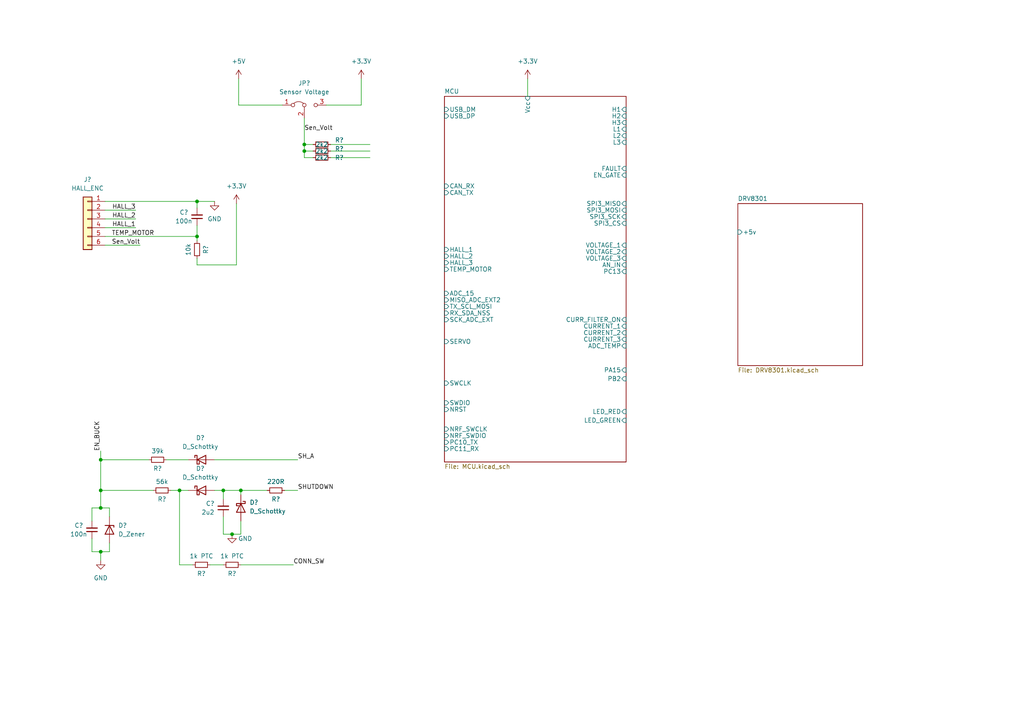
<source format=kicad_sch>
(kicad_sch (version 20211123) (generator eeschema)

  (uuid dd38ec4f-50ac-4e5a-9436-c94e23afec43)

  (paper "A4")

  (title_block
    (title "SBS_V1.0")
    (date "2022-08-02")
    (rev "1A")
  )

  (lib_symbols
    (symbol "Connector_Generic:Conn_01x06" (pin_names (offset 1.016) hide) (in_bom yes) (on_board yes)
      (property "Reference" "J" (id 0) (at 0 7.62 0)
        (effects (font (size 1.27 1.27)))
      )
      (property "Value" "Conn_01x06" (id 1) (at 0 -10.16 0)
        (effects (font (size 1.27 1.27)))
      )
      (property "Footprint" "" (id 2) (at 0 0 0)
        (effects (font (size 1.27 1.27)) hide)
      )
      (property "Datasheet" "~" (id 3) (at 0 0 0)
        (effects (font (size 1.27 1.27)) hide)
      )
      (property "ki_keywords" "connector" (id 4) (at 0 0 0)
        (effects (font (size 1.27 1.27)) hide)
      )
      (property "ki_description" "Generic connector, single row, 01x06, script generated (kicad-library-utils/schlib/autogen/connector/)" (id 5) (at 0 0 0)
        (effects (font (size 1.27 1.27)) hide)
      )
      (property "ki_fp_filters" "Connector*:*_1x??_*" (id 6) (at 0 0 0)
        (effects (font (size 1.27 1.27)) hide)
      )
      (symbol "Conn_01x06_1_1"
        (rectangle (start -1.27 -7.493) (end 0 -7.747)
          (stroke (width 0.1524) (type default) (color 0 0 0 0))
          (fill (type none))
        )
        (rectangle (start -1.27 -4.953) (end 0 -5.207)
          (stroke (width 0.1524) (type default) (color 0 0 0 0))
          (fill (type none))
        )
        (rectangle (start -1.27 -2.413) (end 0 -2.667)
          (stroke (width 0.1524) (type default) (color 0 0 0 0))
          (fill (type none))
        )
        (rectangle (start -1.27 0.127) (end 0 -0.127)
          (stroke (width 0.1524) (type default) (color 0 0 0 0))
          (fill (type none))
        )
        (rectangle (start -1.27 2.667) (end 0 2.413)
          (stroke (width 0.1524) (type default) (color 0 0 0 0))
          (fill (type none))
        )
        (rectangle (start -1.27 5.207) (end 0 4.953)
          (stroke (width 0.1524) (type default) (color 0 0 0 0))
          (fill (type none))
        )
        (rectangle (start -1.27 6.35) (end 1.27 -8.89)
          (stroke (width 0.254) (type default) (color 0 0 0 0))
          (fill (type background))
        )
        (pin passive line (at -5.08 5.08 0) (length 3.81)
          (name "Pin_1" (effects (font (size 1.27 1.27))))
          (number "1" (effects (font (size 1.27 1.27))))
        )
        (pin passive line (at -5.08 2.54 0) (length 3.81)
          (name "Pin_2" (effects (font (size 1.27 1.27))))
          (number "2" (effects (font (size 1.27 1.27))))
        )
        (pin passive line (at -5.08 0 0) (length 3.81)
          (name "Pin_3" (effects (font (size 1.27 1.27))))
          (number "3" (effects (font (size 1.27 1.27))))
        )
        (pin passive line (at -5.08 -2.54 0) (length 3.81)
          (name "Pin_4" (effects (font (size 1.27 1.27))))
          (number "4" (effects (font (size 1.27 1.27))))
        )
        (pin passive line (at -5.08 -5.08 0) (length 3.81)
          (name "Pin_5" (effects (font (size 1.27 1.27))))
          (number "5" (effects (font (size 1.27 1.27))))
        )
        (pin passive line (at -5.08 -7.62 0) (length 3.81)
          (name "Pin_6" (effects (font (size 1.27 1.27))))
          (number "6" (effects (font (size 1.27 1.27))))
        )
      )
    )
    (symbol "Device:C_Small" (pin_numbers hide) (pin_names (offset 0.254) hide) (in_bom yes) (on_board yes)
      (property "Reference" "C" (id 0) (at 0.254 1.778 0)
        (effects (font (size 1.27 1.27)) (justify left))
      )
      (property "Value" "C_Small" (id 1) (at 0.254 -2.032 0)
        (effects (font (size 1.27 1.27)) (justify left))
      )
      (property "Footprint" "" (id 2) (at 0 0 0)
        (effects (font (size 1.27 1.27)) hide)
      )
      (property "Datasheet" "~" (id 3) (at 0 0 0)
        (effects (font (size 1.27 1.27)) hide)
      )
      (property "ki_keywords" "capacitor cap" (id 4) (at 0 0 0)
        (effects (font (size 1.27 1.27)) hide)
      )
      (property "ki_description" "Unpolarized capacitor, small symbol" (id 5) (at 0 0 0)
        (effects (font (size 1.27 1.27)) hide)
      )
      (property "ki_fp_filters" "C_*" (id 6) (at 0 0 0)
        (effects (font (size 1.27 1.27)) hide)
      )
      (symbol "C_Small_0_1"
        (polyline
          (pts
            (xy -1.524 -0.508)
            (xy 1.524 -0.508)
          )
          (stroke (width 0.3302) (type default) (color 0 0 0 0))
          (fill (type none))
        )
        (polyline
          (pts
            (xy -1.524 0.508)
            (xy 1.524 0.508)
          )
          (stroke (width 0.3048) (type default) (color 0 0 0 0))
          (fill (type none))
        )
      )
      (symbol "C_Small_1_1"
        (pin passive line (at 0 2.54 270) (length 2.032)
          (name "~" (effects (font (size 1.27 1.27))))
          (number "1" (effects (font (size 1.27 1.27))))
        )
        (pin passive line (at 0 -2.54 90) (length 2.032)
          (name "~" (effects (font (size 1.27 1.27))))
          (number "2" (effects (font (size 1.27 1.27))))
        )
      )
    )
    (symbol "Device:D_Schottky" (pin_numbers hide) (pin_names (offset 1.016) hide) (in_bom yes) (on_board yes)
      (property "Reference" "D" (id 0) (at 0 2.54 0)
        (effects (font (size 1.27 1.27)))
      )
      (property "Value" "D_Schottky" (id 1) (at 0 -2.54 0)
        (effects (font (size 1.27 1.27)))
      )
      (property "Footprint" "" (id 2) (at 0 0 0)
        (effects (font (size 1.27 1.27)) hide)
      )
      (property "Datasheet" "~" (id 3) (at 0 0 0)
        (effects (font (size 1.27 1.27)) hide)
      )
      (property "ki_keywords" "diode Schottky" (id 4) (at 0 0 0)
        (effects (font (size 1.27 1.27)) hide)
      )
      (property "ki_description" "Schottky diode" (id 5) (at 0 0 0)
        (effects (font (size 1.27 1.27)) hide)
      )
      (property "ki_fp_filters" "TO-???* *_Diode_* *SingleDiode* D_*" (id 6) (at 0 0 0)
        (effects (font (size 1.27 1.27)) hide)
      )
      (symbol "D_Schottky_0_1"
        (polyline
          (pts
            (xy 1.27 0)
            (xy -1.27 0)
          )
          (stroke (width 0) (type default) (color 0 0 0 0))
          (fill (type none))
        )
        (polyline
          (pts
            (xy 1.27 1.27)
            (xy 1.27 -1.27)
            (xy -1.27 0)
            (xy 1.27 1.27)
          )
          (stroke (width 0.254) (type default) (color 0 0 0 0))
          (fill (type none))
        )
        (polyline
          (pts
            (xy -1.905 0.635)
            (xy -1.905 1.27)
            (xy -1.27 1.27)
            (xy -1.27 -1.27)
            (xy -0.635 -1.27)
            (xy -0.635 -0.635)
          )
          (stroke (width 0.254) (type default) (color 0 0 0 0))
          (fill (type none))
        )
      )
      (symbol "D_Schottky_1_1"
        (pin passive line (at -3.81 0 0) (length 2.54)
          (name "K" (effects (font (size 1.27 1.27))))
          (number "1" (effects (font (size 1.27 1.27))))
        )
        (pin passive line (at 3.81 0 180) (length 2.54)
          (name "A" (effects (font (size 1.27 1.27))))
          (number "2" (effects (font (size 1.27 1.27))))
        )
      )
    )
    (symbol "Device:D_Zener" (pin_numbers hide) (pin_names (offset 1.016) hide) (in_bom yes) (on_board yes)
      (property "Reference" "D" (id 0) (at 0 2.54 0)
        (effects (font (size 1.27 1.27)))
      )
      (property "Value" "D_Zener" (id 1) (at 0 -2.54 0)
        (effects (font (size 1.27 1.27)))
      )
      (property "Footprint" "" (id 2) (at 0 0 0)
        (effects (font (size 1.27 1.27)) hide)
      )
      (property "Datasheet" "~" (id 3) (at 0 0 0)
        (effects (font (size 1.27 1.27)) hide)
      )
      (property "ki_keywords" "diode" (id 4) (at 0 0 0)
        (effects (font (size 1.27 1.27)) hide)
      )
      (property "ki_description" "Zener diode" (id 5) (at 0 0 0)
        (effects (font (size 1.27 1.27)) hide)
      )
      (property "ki_fp_filters" "TO-???* *_Diode_* *SingleDiode* D_*" (id 6) (at 0 0 0)
        (effects (font (size 1.27 1.27)) hide)
      )
      (symbol "D_Zener_0_1"
        (polyline
          (pts
            (xy 1.27 0)
            (xy -1.27 0)
          )
          (stroke (width 0) (type default) (color 0 0 0 0))
          (fill (type none))
        )
        (polyline
          (pts
            (xy -1.27 -1.27)
            (xy -1.27 1.27)
            (xy -0.762 1.27)
          )
          (stroke (width 0.254) (type default) (color 0 0 0 0))
          (fill (type none))
        )
        (polyline
          (pts
            (xy 1.27 -1.27)
            (xy 1.27 1.27)
            (xy -1.27 0)
            (xy 1.27 -1.27)
          )
          (stroke (width 0.254) (type default) (color 0 0 0 0))
          (fill (type none))
        )
      )
      (symbol "D_Zener_1_1"
        (pin passive line (at -3.81 0 0) (length 2.54)
          (name "K" (effects (font (size 1.27 1.27))))
          (number "1" (effects (font (size 1.27 1.27))))
        )
        (pin passive line (at 3.81 0 180) (length 2.54)
          (name "A" (effects (font (size 1.27 1.27))))
          (number "2" (effects (font (size 1.27 1.27))))
        )
      )
    )
    (symbol "Device:R_Small" (pin_numbers hide) (pin_names (offset 0.254) hide) (in_bom yes) (on_board yes)
      (property "Reference" "R" (id 0) (at 0.762 0.508 0)
        (effects (font (size 1.27 1.27)) (justify left))
      )
      (property "Value" "R_Small" (id 1) (at 0.762 -1.016 0)
        (effects (font (size 1.27 1.27)) (justify left))
      )
      (property "Footprint" "" (id 2) (at 0 0 0)
        (effects (font (size 1.27 1.27)) hide)
      )
      (property "Datasheet" "~" (id 3) (at 0 0 0)
        (effects (font (size 1.27 1.27)) hide)
      )
      (property "ki_keywords" "R resistor" (id 4) (at 0 0 0)
        (effects (font (size 1.27 1.27)) hide)
      )
      (property "ki_description" "Resistor, small symbol" (id 5) (at 0 0 0)
        (effects (font (size 1.27 1.27)) hide)
      )
      (property "ki_fp_filters" "R_*" (id 6) (at 0 0 0)
        (effects (font (size 1.27 1.27)) hide)
      )
      (symbol "R_Small_0_1"
        (rectangle (start -0.762 1.778) (end 0.762 -1.778)
          (stroke (width 0.2032) (type default) (color 0 0 0 0))
          (fill (type none))
        )
      )
      (symbol "R_Small_1_1"
        (pin passive line (at 0 2.54 270) (length 0.762)
          (name "~" (effects (font (size 1.27 1.27))))
          (number "1" (effects (font (size 1.27 1.27))))
        )
        (pin passive line (at 0 -2.54 90) (length 0.762)
          (name "~" (effects (font (size 1.27 1.27))))
          (number "2" (effects (font (size 1.27 1.27))))
        )
      )
    )
    (symbol "Jumper:Jumper_3_Bridged12" (pin_names (offset 0) hide) (in_bom yes) (on_board yes)
      (property "Reference" "JP" (id 0) (at -2.54 -2.54 0)
        (effects (font (size 1.27 1.27)))
      )
      (property "Value" "Jumper_3_Bridged12" (id 1) (at 0 2.794 0)
        (effects (font (size 1.27 1.27)))
      )
      (property "Footprint" "" (id 2) (at 0 0 0)
        (effects (font (size 1.27 1.27)) hide)
      )
      (property "Datasheet" "~" (id 3) (at 0 0 0)
        (effects (font (size 1.27 1.27)) hide)
      )
      (property "ki_keywords" "Jumper SPDT" (id 4) (at 0 0 0)
        (effects (font (size 1.27 1.27)) hide)
      )
      (property "ki_description" "Jumper, 3-pole, pins 1+2 closed/bridged" (id 5) (at 0 0 0)
        (effects (font (size 1.27 1.27)) hide)
      )
      (property "ki_fp_filters" "Jumper* TestPoint*3Pads* TestPoint*Bridge*" (id 6) (at 0 0 0)
        (effects (font (size 1.27 1.27)) hide)
      )
      (symbol "Jumper_3_Bridged12_0_0"
        (circle (center -3.302 0) (radius 0.508)
          (stroke (width 0) (type default) (color 0 0 0 0))
          (fill (type none))
        )
        (circle (center 0 0) (radius 0.508)
          (stroke (width 0) (type default) (color 0 0 0 0))
          (fill (type none))
        )
        (circle (center 3.302 0) (radius 0.508)
          (stroke (width 0) (type default) (color 0 0 0 0))
          (fill (type none))
        )
      )
      (symbol "Jumper_3_Bridged12_0_1"
        (arc (start -0.254 0.508) (mid -1.651 0.9912) (end -3.048 0.508)
          (stroke (width 0) (type default) (color 0 0 0 0))
          (fill (type none))
        )
        (polyline
          (pts
            (xy 0 -1.27)
            (xy 0 -0.508)
          )
          (stroke (width 0) (type default) (color 0 0 0 0))
          (fill (type none))
        )
      )
      (symbol "Jumper_3_Bridged12_1_1"
        (pin passive line (at -6.35 0 0) (length 2.54)
          (name "A" (effects (font (size 1.27 1.27))))
          (number "1" (effects (font (size 1.27 1.27))))
        )
        (pin passive line (at 0 -3.81 90) (length 2.54)
          (name "C" (effects (font (size 1.27 1.27))))
          (number "2" (effects (font (size 1.27 1.27))))
        )
        (pin passive line (at 6.35 0 180) (length 2.54)
          (name "B" (effects (font (size 1.27 1.27))))
          (number "3" (effects (font (size 1.27 1.27))))
        )
      )
    )
    (symbol "power:+3.3V" (power) (pin_names (offset 0)) (in_bom yes) (on_board yes)
      (property "Reference" "#PWR" (id 0) (at 0 -3.81 0)
        (effects (font (size 1.27 1.27)) hide)
      )
      (property "Value" "+3.3V" (id 1) (at 0 3.556 0)
        (effects (font (size 1.27 1.27)))
      )
      (property "Footprint" "" (id 2) (at 0 0 0)
        (effects (font (size 1.27 1.27)) hide)
      )
      (property "Datasheet" "" (id 3) (at 0 0 0)
        (effects (font (size 1.27 1.27)) hide)
      )
      (property "ki_keywords" "power-flag" (id 4) (at 0 0 0)
        (effects (font (size 1.27 1.27)) hide)
      )
      (property "ki_description" "Power symbol creates a global label with name \"+3.3V\"" (id 5) (at 0 0 0)
        (effects (font (size 1.27 1.27)) hide)
      )
      (symbol "+3.3V_0_1"
        (polyline
          (pts
            (xy -0.762 1.27)
            (xy 0 2.54)
          )
          (stroke (width 0) (type default) (color 0 0 0 0))
          (fill (type none))
        )
        (polyline
          (pts
            (xy 0 0)
            (xy 0 2.54)
          )
          (stroke (width 0) (type default) (color 0 0 0 0))
          (fill (type none))
        )
        (polyline
          (pts
            (xy 0 2.54)
            (xy 0.762 1.27)
          )
          (stroke (width 0) (type default) (color 0 0 0 0))
          (fill (type none))
        )
      )
      (symbol "+3.3V_1_1"
        (pin power_in line (at 0 0 90) (length 0) hide
          (name "+3.3V" (effects (font (size 1.27 1.27))))
          (number "1" (effects (font (size 1.27 1.27))))
        )
      )
    )
    (symbol "power:+5V" (power) (pin_names (offset 0)) (in_bom yes) (on_board yes)
      (property "Reference" "#PWR" (id 0) (at 0 -3.81 0)
        (effects (font (size 1.27 1.27)) hide)
      )
      (property "Value" "+5V" (id 1) (at 0 3.556 0)
        (effects (font (size 1.27 1.27)))
      )
      (property "Footprint" "" (id 2) (at 0 0 0)
        (effects (font (size 1.27 1.27)) hide)
      )
      (property "Datasheet" "" (id 3) (at 0 0 0)
        (effects (font (size 1.27 1.27)) hide)
      )
      (property "ki_keywords" "power-flag" (id 4) (at 0 0 0)
        (effects (font (size 1.27 1.27)) hide)
      )
      (property "ki_description" "Power symbol creates a global label with name \"+5V\"" (id 5) (at 0 0 0)
        (effects (font (size 1.27 1.27)) hide)
      )
      (symbol "+5V_0_1"
        (polyline
          (pts
            (xy -0.762 1.27)
            (xy 0 2.54)
          )
          (stroke (width 0) (type default) (color 0 0 0 0))
          (fill (type none))
        )
        (polyline
          (pts
            (xy 0 0)
            (xy 0 2.54)
          )
          (stroke (width 0) (type default) (color 0 0 0 0))
          (fill (type none))
        )
        (polyline
          (pts
            (xy 0 2.54)
            (xy 0.762 1.27)
          )
          (stroke (width 0) (type default) (color 0 0 0 0))
          (fill (type none))
        )
      )
      (symbol "+5V_1_1"
        (pin power_in line (at 0 0 90) (length 0) hide
          (name "+5V" (effects (font (size 1.27 1.27))))
          (number "1" (effects (font (size 1.27 1.27))))
        )
      )
    )
    (symbol "power:GND" (power) (pin_names (offset 0)) (in_bom yes) (on_board yes)
      (property "Reference" "#PWR" (id 0) (at 0 -6.35 0)
        (effects (font (size 1.27 1.27)) hide)
      )
      (property "Value" "GND" (id 1) (at 0 -3.81 0)
        (effects (font (size 1.27 1.27)))
      )
      (property "Footprint" "" (id 2) (at 0 0 0)
        (effects (font (size 1.27 1.27)) hide)
      )
      (property "Datasheet" "" (id 3) (at 0 0 0)
        (effects (font (size 1.27 1.27)) hide)
      )
      (property "ki_keywords" "power-flag" (id 4) (at 0 0 0)
        (effects (font (size 1.27 1.27)) hide)
      )
      (property "ki_description" "Power symbol creates a global label with name \"GND\" , ground" (id 5) (at 0 0 0)
        (effects (font (size 1.27 1.27)) hide)
      )
      (symbol "GND_0_1"
        (polyline
          (pts
            (xy 0 0)
            (xy 0 -1.27)
            (xy 1.27 -1.27)
            (xy 0 -2.54)
            (xy -1.27 -1.27)
            (xy 0 -1.27)
          )
          (stroke (width 0) (type default) (color 0 0 0 0))
          (fill (type none))
        )
      )
      (symbol "GND_1_1"
        (pin power_in line (at 0 0 270) (length 0) hide
          (name "GND" (effects (font (size 1.27 1.27))))
          (number "1" (effects (font (size 1.27 1.27))))
        )
      )
    )
  )

  (junction (at 67.31 154.94) (diameter 0) (color 0 0 0 0)
    (uuid 0e80a506-7258-4c20-a63a-30f248a22a8b)
  )
  (junction (at 88.265 41.91) (diameter 0) (color 0 0 0 0)
    (uuid 1fbd3938-a6a1-45a5-b4ca-485f2d12f137)
  )
  (junction (at 29.21 160.02) (diameter 0) (color 0 0 0 0)
    (uuid 519ea2e6-cb9e-4287-9759-bf6b6333c028)
  )
  (junction (at 57.15 68.58) (diameter 0) (color 0 0 0 0)
    (uuid 54b17bc4-0fd2-4783-8dca-507ee9f784c8)
  )
  (junction (at 52.07 142.24) (diameter 0) (color 0 0 0 0)
    (uuid 9ce50f55-9f52-4fc9-b708-9bdda9708d0c)
  )
  (junction (at 88.265 43.815) (diameter 0) (color 0 0 0 0)
    (uuid ab961a03-040a-40aa-8de0-2698383733b4)
  )
  (junction (at 69.85 142.24) (diameter 0) (color 0 0 0 0)
    (uuid acbfc896-e328-4eb2-948a-00e4b6c42f8a)
  )
  (junction (at 64.77 142.24) (diameter 0) (color 0 0 0 0)
    (uuid b43e34e3-72a0-4ebd-b40a-9bc487b919f6)
  )
  (junction (at 57.15 58.42) (diameter 0) (color 0 0 0 0)
    (uuid c72d0101-4cb0-491a-9e24-5eb967c64fa5)
  )
  (junction (at 29.21 142.24) (diameter 0) (color 0 0 0 0)
    (uuid d35ffe67-257c-45a0-919b-3ac6ccea5e4a)
  )
  (junction (at 29.21 147.32) (diameter 0) (color 0 0 0 0)
    (uuid e189921c-ae18-4cc5-bd43-5b57d2a0436f)
  )
  (junction (at 29.21 133.35) (diameter 0) (color 0 0 0 0)
    (uuid f8fa3f25-f588-4b69-b8bc-3b2076674b2e)
  )

  (wire (pts (xy 67.31 154.94) (xy 69.85 154.94))
    (stroke (width 0) (type default) (color 0 0 0 0))
    (uuid 00fc1b8c-91d4-4b95-860b-e5e8a6a6f27f)
  )
  (wire (pts (xy 62.23 142.24) (xy 64.77 142.24))
    (stroke (width 0) (type default) (color 0 0 0 0))
    (uuid 0a80bd8e-9e7f-45ed-9e15-95b067719dbf)
  )
  (wire (pts (xy 26.67 160.02) (xy 29.21 160.02))
    (stroke (width 0) (type default) (color 0 0 0 0))
    (uuid 12310f60-4b62-4021-b1bf-1d7e86c18bdb)
  )
  (wire (pts (xy 30.48 66.04) (xy 39.37 66.04))
    (stroke (width 0) (type default) (color 0 0 0 0))
    (uuid 1c23f20f-0356-4dfc-b556-d8766508b42f)
  )
  (wire (pts (xy 62.23 133.35) (xy 86.36 133.35))
    (stroke (width 0) (type default) (color 0 0 0 0))
    (uuid 28c7b401-4dd3-4138-a2ea-0b3383ce3fc8)
  )
  (wire (pts (xy 31.75 147.32) (xy 31.75 149.86))
    (stroke (width 0) (type default) (color 0 0 0 0))
    (uuid 29db0f4b-0683-4c30-94d8-4bad83143a61)
  )
  (wire (pts (xy 57.15 60.325) (xy 57.15 58.42))
    (stroke (width 0) (type default) (color 0 0 0 0))
    (uuid 2b8a92d7-c9b2-42e5-ab83-ffa0aee9dc5f)
  )
  (wire (pts (xy 29.21 142.24) (xy 44.45 142.24))
    (stroke (width 0) (type default) (color 0 0 0 0))
    (uuid 2c3547e5-6518-4303-a654-e2d05dc895c2)
  )
  (wire (pts (xy 31.75 157.48) (xy 31.75 160.02))
    (stroke (width 0) (type default) (color 0 0 0 0))
    (uuid 31b3bf3b-7202-4c91-9794-5b031f666fea)
  )
  (wire (pts (xy 95.885 43.815) (xy 107.315 43.815))
    (stroke (width 0) (type default) (color 0 0 0 0))
    (uuid 44ca4683-fc8f-4a03-8126-e7779ea8dc67)
  )
  (wire (pts (xy 67.31 154.94) (xy 64.77 154.94))
    (stroke (width 0) (type default) (color 0 0 0 0))
    (uuid 452699df-a11c-436d-9f1f-9cc94eb012bf)
  )
  (wire (pts (xy 104.775 22.86) (xy 104.775 30.48))
    (stroke (width 0) (type default) (color 0 0 0 0))
    (uuid 46918979-8f51-47c5-ac03-4afb361969ce)
  )
  (wire (pts (xy 57.15 76.835) (xy 68.58 76.835))
    (stroke (width 0) (type default) (color 0 0 0 0))
    (uuid 48e99781-07c8-4668-b576-cc868b2a0706)
  )
  (wire (pts (xy 52.07 163.83) (xy 55.88 163.83))
    (stroke (width 0) (type default) (color 0 0 0 0))
    (uuid 49892290-d1c3-44b9-a399-c74486209b56)
  )
  (wire (pts (xy 30.48 58.42) (xy 57.15 58.42))
    (stroke (width 0) (type default) (color 0 0 0 0))
    (uuid 4e9db788-c7f2-4fee-a148-06db30472273)
  )
  (wire (pts (xy 30.48 71.12) (xy 40.64 71.12))
    (stroke (width 0) (type default) (color 0 0 0 0))
    (uuid 516015b6-d679-498b-b3b7-1bd009ee0fbc)
  )
  (wire (pts (xy 90.805 43.815) (xy 88.265 43.815))
    (stroke (width 0) (type default) (color 0 0 0 0))
    (uuid 57389ab0-25bf-4500-92d9-89ee34a0373e)
  )
  (wire (pts (xy 69.215 22.86) (xy 69.215 30.48))
    (stroke (width 0) (type default) (color 0 0 0 0))
    (uuid 586707ff-12b1-479c-bf75-d9ecd3f0ce49)
  )
  (wire (pts (xy 153.035 22.86) (xy 153.035 27.94))
    (stroke (width 0) (type default) (color 0 0 0 0))
    (uuid 5b5dc100-d6b4-45ee-a3df-861766503732)
  )
  (wire (pts (xy 30.48 60.96) (xy 39.37 60.96))
    (stroke (width 0) (type default) (color 0 0 0 0))
    (uuid 5ce7fd2a-5e89-4276-a7d8-f74469bbf745)
  )
  (wire (pts (xy 29.21 142.24) (xy 29.21 147.32))
    (stroke (width 0) (type default) (color 0 0 0 0))
    (uuid 5e3d407b-ddb4-412b-b502-354769f084e4)
  )
  (wire (pts (xy 95.885 41.91) (xy 107.315 41.91))
    (stroke (width 0) (type default) (color 0 0 0 0))
    (uuid 5e9baee0-9d6e-44b8-9b82-1913085b0dc8)
  )
  (wire (pts (xy 88.265 34.29) (xy 88.265 41.91))
    (stroke (width 0) (type default) (color 0 0 0 0))
    (uuid 5ee187ed-3965-443e-90f5-6b6b2ea11431)
  )
  (wire (pts (xy 29.21 160.02) (xy 31.75 160.02))
    (stroke (width 0) (type default) (color 0 0 0 0))
    (uuid 6413855a-6755-4843-a3a7-d95199ecc40a)
  )
  (wire (pts (xy 26.67 151.13) (xy 26.67 147.32))
    (stroke (width 0) (type default) (color 0 0 0 0))
    (uuid 6730754b-7349-4836-b1d1-3edf9362ab37)
  )
  (wire (pts (xy 68.58 76.835) (xy 68.58 59.055))
    (stroke (width 0) (type default) (color 0 0 0 0))
    (uuid 74a84e77-8ab8-4733-af95-f2f0cc1e3161)
  )
  (wire (pts (xy 29.21 160.02) (xy 29.21 162.56))
    (stroke (width 0) (type default) (color 0 0 0 0))
    (uuid 774d111a-3e89-4264-84f8-8a9353440f0f)
  )
  (wire (pts (xy 60.96 163.83) (xy 64.77 163.83))
    (stroke (width 0) (type default) (color 0 0 0 0))
    (uuid 798add18-7772-4912-9c25-24c6c4a3eb72)
  )
  (wire (pts (xy 69.85 142.24) (xy 77.47 142.24))
    (stroke (width 0) (type default) (color 0 0 0 0))
    (uuid 7f78f1ca-a148-49c2-b2b7-76c984b0d292)
  )
  (wire (pts (xy 64.77 142.24) (xy 64.77 144.78))
    (stroke (width 0) (type default) (color 0 0 0 0))
    (uuid 89d599eb-4ced-40cb-bc65-a53bc18f8d00)
  )
  (wire (pts (xy 81.915 30.48) (xy 69.215 30.48))
    (stroke (width 0) (type default) (color 0 0 0 0))
    (uuid 8a5d3996-9020-400f-8960-3d7de39fcb20)
  )
  (wire (pts (xy 88.265 45.72) (xy 88.265 43.815))
    (stroke (width 0) (type default) (color 0 0 0 0))
    (uuid 8bc97a4f-5c37-4d60-93a3-02c8a0ccc13b)
  )
  (wire (pts (xy 62.23 58.42) (xy 57.15 58.42))
    (stroke (width 0) (type default) (color 0 0 0 0))
    (uuid 8e8acfc3-c69b-47ab-9b5f-da0e978d96d4)
  )
  (wire (pts (xy 94.615 30.48) (xy 104.775 30.48))
    (stroke (width 0) (type default) (color 0 0 0 0))
    (uuid 942b1f00-8537-4646-960a-1a981f4b9e86)
  )
  (wire (pts (xy 57.15 74.93) (xy 57.15 76.835))
    (stroke (width 0) (type default) (color 0 0 0 0))
    (uuid 97d49e65-8c6f-4f23-b0b3-baf664678751)
  )
  (wire (pts (xy 82.55 142.24) (xy 86.36 142.24))
    (stroke (width 0) (type default) (color 0 0 0 0))
    (uuid 9b0ca818-1a7d-4701-b0e9-7a3bfd43f7de)
  )
  (wire (pts (xy 64.77 154.94) (xy 64.77 149.86))
    (stroke (width 0) (type default) (color 0 0 0 0))
    (uuid 9d1fd80c-756b-4b4c-bca2-1080ea8bd2a0)
  )
  (wire (pts (xy 64.77 142.24) (xy 69.85 142.24))
    (stroke (width 0) (type default) (color 0 0 0 0))
    (uuid 9dcce089-0727-4135-998f-2bf447200617)
  )
  (wire (pts (xy 52.07 142.24) (xy 54.61 142.24))
    (stroke (width 0) (type default) (color 0 0 0 0))
    (uuid a02b30d4-6858-4e5a-a6a4-57c8646dee3a)
  )
  (wire (pts (xy 29.21 133.35) (xy 29.21 142.24))
    (stroke (width 0) (type default) (color 0 0 0 0))
    (uuid a21d2e3e-3e64-49f5-9a3d-76081e988946)
  )
  (wire (pts (xy 95.885 45.72) (xy 107.315 45.72))
    (stroke (width 0) (type default) (color 0 0 0 0))
    (uuid a77e348c-aa1b-4310-a24d-b8f1bd839cfd)
  )
  (wire (pts (xy 30.48 63.5) (xy 39.37 63.5))
    (stroke (width 0) (type default) (color 0 0 0 0))
    (uuid b39704df-c7b8-42f7-ab2c-b4898d7d77aa)
  )
  (wire (pts (xy 48.26 133.35) (xy 54.61 133.35))
    (stroke (width 0) (type default) (color 0 0 0 0))
    (uuid b7090f9c-d946-4ceb-84c5-1d2e192ad164)
  )
  (wire (pts (xy 26.67 147.32) (xy 29.21 147.32))
    (stroke (width 0) (type default) (color 0 0 0 0))
    (uuid c1a51b39-1f07-4b41-8d28-e89cb74fab20)
  )
  (wire (pts (xy 69.85 151.13) (xy 69.85 154.94))
    (stroke (width 0) (type default) (color 0 0 0 0))
    (uuid c9f0f0fb-4b46-4c80-9f7d-cc1586980846)
  )
  (wire (pts (xy 26.67 156.21) (xy 26.67 160.02))
    (stroke (width 0) (type default) (color 0 0 0 0))
    (uuid cc90ecf6-23eb-471c-92dd-883ecb44fe06)
  )
  (wire (pts (xy 29.21 130.81) (xy 29.21 133.35))
    (stroke (width 0) (type default) (color 0 0 0 0))
    (uuid ce3e55b3-4b95-446f-aa6d-dcd1eedee4f2)
  )
  (wire (pts (xy 88.265 43.815) (xy 88.265 41.91))
    (stroke (width 0) (type default) (color 0 0 0 0))
    (uuid ddf1cac5-5b72-40bd-bccd-23d797620ccd)
  )
  (wire (pts (xy 52.07 142.24) (xy 52.07 163.83))
    (stroke (width 0) (type default) (color 0 0 0 0))
    (uuid ddf1de51-9c97-47b7-868d-dba7cdf0a9b1)
  )
  (wire (pts (xy 88.265 41.91) (xy 90.805 41.91))
    (stroke (width 0) (type default) (color 0 0 0 0))
    (uuid ef780b63-0c01-4f8c-bf16-3c725a7bb16f)
  )
  (wire (pts (xy 30.48 68.58) (xy 57.15 68.58))
    (stroke (width 0) (type default) (color 0 0 0 0))
    (uuid efcda4a2-9385-4a0b-b747-15cc61d2b789)
  )
  (wire (pts (xy 69.85 163.83) (xy 85.09 163.83))
    (stroke (width 0) (type default) (color 0 0 0 0))
    (uuid f05fff5b-633b-48e5-bbd7-5358c59ae825)
  )
  (wire (pts (xy 57.15 69.85) (xy 57.15 68.58))
    (stroke (width 0) (type default) (color 0 0 0 0))
    (uuid f39d0a90-2b6e-458a-83bc-dadad31f0855)
  )
  (wire (pts (xy 57.15 68.58) (xy 57.15 65.405))
    (stroke (width 0) (type default) (color 0 0 0 0))
    (uuid f4d49ad9-0daa-4d69-9047-4ef859b6eca8)
  )
  (wire (pts (xy 90.805 45.72) (xy 88.265 45.72))
    (stroke (width 0) (type default) (color 0 0 0 0))
    (uuid f50235f3-1818-4f36-b12a-cfe50123256c)
  )
  (wire (pts (xy 29.21 133.35) (xy 43.18 133.35))
    (stroke (width 0) (type default) (color 0 0 0 0))
    (uuid f85c7306-c570-46c7-8281-8bbc4988eb95)
  )
  (wire (pts (xy 29.21 147.32) (xy 31.75 147.32))
    (stroke (width 0) (type default) (color 0 0 0 0))
    (uuid f898af4f-b624-4c50-9908-98beaa388240)
  )
  (wire (pts (xy 69.85 142.24) (xy 69.85 143.51))
    (stroke (width 0) (type default) (color 0 0 0 0))
    (uuid fca8d757-7322-4118-a2b3-3be77d871df2)
  )
  (wire (pts (xy 49.53 142.24) (xy 52.07 142.24))
    (stroke (width 0) (type default) (color 0 0 0 0))
    (uuid fcba6b04-d88c-4b03-aa30-85349ad19cfe)
  )

  (label "HALL_1" (at 39.37 66.04 180)
    (effects (font (size 1.27 1.27)) (justify right bottom))
    (uuid 1acbfe86-a876-4dd0-9138-121398e28ae1)
  )
  (label "HALL_2" (at 39.37 63.5 180)
    (effects (font (size 1.27 1.27)) (justify right bottom))
    (uuid 2fe05ccf-f0f1-4936-8672-f91f5b803da7)
  )
  (label "Sen_Volt" (at 40.64 71.12 180)
    (effects (font (size 1.27 1.27)) (justify right bottom))
    (uuid 3cdb9cb3-4bf4-4a17-b343-9f2aa405be06)
  )
  (label "SH_A" (at 86.36 133.35 0)
    (effects (font (size 1.27 1.27)) (justify left bottom))
    (uuid 7068457e-c448-49f8-867a-246f3fac8ae4)
  )
  (label "SHUTDOWN" (at 86.36 142.24 0)
    (effects (font (size 1.27 1.27)) (justify left bottom))
    (uuid 74e41457-6291-425a-a46b-1bfca3c43c16)
  )
  (label "Sen_Volt" (at 88.265 38.1 0)
    (effects (font (size 1.27 1.27)) (justify left bottom))
    (uuid b8523470-0197-4425-8a26-165184d7be59)
  )
  (label "TEMP_MOTOR" (at 32.385 68.58 0)
    (effects (font (size 1.27 1.27)) (justify left bottom))
    (uuid cef98ba1-2f59-4c97-bc14-ab5b1fbf3a9d)
  )
  (label "HALL_3" (at 39.37 60.96 180)
    (effects (font (size 1.27 1.27)) (justify right bottom))
    (uuid d1f03826-e396-4e65-bdde-ad693ecb071d)
  )
  (label "EN_BUCK" (at 29.21 130.81 90)
    (effects (font (size 1.27 1.27)) (justify left bottom))
    (uuid ef2a07ad-0528-4b3c-8ce5-715c9bb66513)
  )
  (label "CONN_SW" (at 85.09 163.83 0)
    (effects (font (size 1.27 1.27)) (justify left bottom))
    (uuid f3d6e389-4917-4277-94be-0c3e483ea37b)
  )

  (symbol (lib_id "Device:C_Small") (at 57.15 62.865 180) (unit 1)
    (in_bom yes) (on_board yes)
    (uuid 0023fe30-0cc9-4ff0-9444-782aab17d4ea)
    (property "Reference" "C?" (id 0) (at 52.07 61.595 0)
      (effects (font (size 1.27 1.27)) (justify right))
    )
    (property "Value" "100n" (id 1) (at 50.8 64.135 0)
      (effects (font (size 1.27 1.27)) (justify right))
    )
    (property "Footprint" "Capacitor_SMD:C_0603_1608Metric_Pad1.08x0.95mm_HandSolder" (id 2) (at 57.15 62.865 0)
      (effects (font (size 1.27 1.27)) hide)
    )
    (property "Datasheet" "~" (id 3) (at 57.15 62.865 0)
      (effects (font (size 1.27 1.27)) hide)
    )
    (pin "1" (uuid 7cb7c2da-1b3c-44df-ad6b-1d9d1a601009))
    (pin "2" (uuid f4eb8a47-a5a9-4cfd-8aab-55a6d8b0018c))
  )

  (symbol (lib_id "power:+3.3V") (at 153.035 22.86 0) (unit 1)
    (in_bom yes) (on_board yes) (fields_autoplaced)
    (uuid 03b24fc4-b0fd-4aea-b979-d93601b95f24)
    (property "Reference" "#PWR?" (id 0) (at 153.035 26.67 0)
      (effects (font (size 1.27 1.27)) hide)
    )
    (property "Value" "+3.3V" (id 1) (at 153.035 17.78 0))
    (property "Footprint" "" (id 2) (at 153.035 22.86 0)
      (effects (font (size 1.27 1.27)) hide)
    )
    (property "Datasheet" "" (id 3) (at 153.035 22.86 0)
      (effects (font (size 1.27 1.27)) hide)
    )
    (pin "1" (uuid 50e33d06-bcb8-4533-8594-43908a312f07))
  )

  (symbol (lib_id "power:GND") (at 67.31 154.94 0) (unit 1)
    (in_bom yes) (on_board yes)
    (uuid 05ad1a06-599a-4bb1-bd0e-3853678a8cdd)
    (property "Reference" "#PWR?" (id 0) (at 67.31 161.29 0)
      (effects (font (size 1.27 1.27)) hide)
    )
    (property "Value" "GND" (id 1) (at 71.12 156.21 0))
    (property "Footprint" "" (id 2) (at 67.31 154.94 0)
      (effects (font (size 1.27 1.27)) hide)
    )
    (property "Datasheet" "" (id 3) (at 67.31 154.94 0)
      (effects (font (size 1.27 1.27)) hide)
    )
    (pin "1" (uuid 8896885c-9b44-449b-8fb3-4837b23c4002))
  )

  (symbol (lib_id "Device:R_Small") (at 46.99 142.24 90) (unit 1)
    (in_bom yes) (on_board yes)
    (uuid 167c5e9d-65ee-4b98-83aa-5f1ae69b0745)
    (property "Reference" "R?" (id 0) (at 46.99 144.78 90))
    (property "Value" "56k" (id 1) (at 46.99 139.7 90))
    (property "Footprint" "Resistor_SMD:R_0603_1608Metric_Pad0.98x0.95mm_HandSolder" (id 2) (at 46.99 142.24 0)
      (effects (font (size 1.27 1.27)) hide)
    )
    (property "Datasheet" "~" (id 3) (at 46.99 142.24 0)
      (effects (font (size 1.27 1.27)) hide)
    )
    (pin "1" (uuid d11b1a26-0820-41df-aa99-5e1b173a6c5c))
    (pin "2" (uuid efba8531-9318-4ad8-890b-742fca57b30e))
  )

  (symbol (lib_id "Connector_Generic:Conn_01x06") (at 25.4 63.5 0) (mirror y) (unit 1)
    (in_bom yes) (on_board yes) (fields_autoplaced)
    (uuid 1f25b647-d4a6-4edc-b12f-b20d6ceaa2d7)
    (property "Reference" "J?" (id 0) (at 25.4 52.07 0))
    (property "Value" "HALL_ENC" (id 1) (at 25.4 54.61 0))
    (property "Footprint" "" (id 2) (at 25.4 63.5 0)
      (effects (font (size 1.27 1.27)) hide)
    )
    (property "Datasheet" "~" (id 3) (at 25.4 63.5 0)
      (effects (font (size 1.27 1.27)) hide)
    )
    (pin "1" (uuid 0780a939-aa9f-4a0b-bbd0-f83fb303b242))
    (pin "2" (uuid b1ce366f-597e-4cc2-b15c-840cb03cacc2))
    (pin "3" (uuid 00efd894-da09-4550-a861-7f5542afff0c))
    (pin "4" (uuid 3460bfd9-303f-44a8-af74-cb5aecbf3d01))
    (pin "5" (uuid e8bd14e4-2a70-4227-9ec0-dfada21c07ff))
    (pin "6" (uuid b10d75f9-d6a0-42ff-9b93-87997f65dbdd))
  )

  (symbol (lib_id "Device:D_Schottky") (at 58.42 133.35 0) (unit 1)
    (in_bom yes) (on_board yes) (fields_autoplaced)
    (uuid 2c1f44d5-e4c2-4ec4-9a6f-c380eb625889)
    (property "Reference" "D?" (id 0) (at 58.1025 127 0))
    (property "Value" "D_Schottky" (id 1) (at 58.1025 129.54 0))
    (property "Footprint" "" (id 2) (at 58.42 133.35 0)
      (effects (font (size 1.27 1.27)) hide)
    )
    (property "Datasheet" "~" (id 3) (at 58.42 133.35 0)
      (effects (font (size 1.27 1.27)) hide)
    )
    (pin "1" (uuid b2762cbe-8485-45d9-ae89-745d35eda5f9))
    (pin "2" (uuid dd71edb4-3371-40bd-b74c-da6c4edf4a5a))
  )

  (symbol (lib_id "Device:R_Small") (at 93.345 41.91 90) (unit 1)
    (in_bom yes) (on_board yes)
    (uuid 302c9890-6a84-4863-89e2-970ae5c1cdff)
    (property "Reference" "R?" (id 0) (at 98.425 40.64 90))
    (property "Value" "2k2" (id 1) (at 93.345 41.91 90))
    (property "Footprint" "Resistor_SMD:R_0603_1608Metric_Pad0.98x0.95mm_HandSolder" (id 2) (at 93.345 41.91 0)
      (effects (font (size 1.27 1.27)) hide)
    )
    (property "Datasheet" "~" (id 3) (at 93.345 41.91 0)
      (effects (font (size 1.27 1.27)) hide)
    )
    (pin "1" (uuid 54b24b18-ba95-434c-bbc1-dbdd07d508b3))
    (pin "2" (uuid b47dd4ba-6389-4d52-9c52-d6f139b3df59))
  )

  (symbol (lib_id "Device:R_Small") (at 93.345 43.815 90) (unit 1)
    (in_bom yes) (on_board yes)
    (uuid 4051a61d-babc-4fa1-8d5f-7d8372b04f42)
    (property "Reference" "R?" (id 0) (at 98.425 43.18 90))
    (property "Value" "2k2" (id 1) (at 93.345 43.815 90))
    (property "Footprint" "Resistor_SMD:R_0603_1608Metric_Pad0.98x0.95mm_HandSolder" (id 2) (at 93.345 43.815 0)
      (effects (font (size 1.27 1.27)) hide)
    )
    (property "Datasheet" "~" (id 3) (at 93.345 43.815 0)
      (effects (font (size 1.27 1.27)) hide)
    )
    (pin "1" (uuid ddca5d40-96c0-48b7-8f6a-0d9e41f4fa20))
    (pin "2" (uuid 21e15dc7-4a96-485d-853a-9cbc0dc18ad7))
  )

  (symbol (lib_id "Device:D_Schottky") (at 58.42 142.24 0) (unit 1)
    (in_bom yes) (on_board yes) (fields_autoplaced)
    (uuid 4926d0bd-70c1-450c-a2e2-0181c4084c6a)
    (property "Reference" "D?" (id 0) (at 58.1025 135.89 0))
    (property "Value" "D_Schottky" (id 1) (at 58.1025 138.43 0))
    (property "Footprint" "" (id 2) (at 58.42 142.24 0)
      (effects (font (size 1.27 1.27)) hide)
    )
    (property "Datasheet" "~" (id 3) (at 58.42 142.24 0)
      (effects (font (size 1.27 1.27)) hide)
    )
    (pin "1" (uuid b9dee06b-d05f-474c-8360-1b12c7a88548))
    (pin "2" (uuid fd096de6-b0a9-4235-8dd9-98c7865e0887))
  )

  (symbol (lib_id "power:+3.3V") (at 68.58 59.055 0) (unit 1)
    (in_bom yes) (on_board yes) (fields_autoplaced)
    (uuid 492907f6-246e-4176-832b-fef89db99856)
    (property "Reference" "#PWR?" (id 0) (at 68.58 62.865 0)
      (effects (font (size 1.27 1.27)) hide)
    )
    (property "Value" "+3.3V" (id 1) (at 68.58 53.975 0))
    (property "Footprint" "" (id 2) (at 68.58 59.055 0)
      (effects (font (size 1.27 1.27)) hide)
    )
    (property "Datasheet" "" (id 3) (at 68.58 59.055 0)
      (effects (font (size 1.27 1.27)) hide)
    )
    (pin "1" (uuid 161dea32-e5a9-432f-af73-56c0c31b8f4b))
  )

  (symbol (lib_id "Device:C_Small") (at 64.77 147.32 180) (unit 1)
    (in_bom yes) (on_board yes)
    (uuid 5a4f7fd5-392f-4d50-b788-aaadff815f30)
    (property "Reference" "C?" (id 0) (at 59.69 146.05 0)
      (effects (font (size 1.27 1.27)) (justify right))
    )
    (property "Value" "2u2" (id 1) (at 58.42 148.59 0)
      (effects (font (size 1.27 1.27)) (justify right))
    )
    (property "Footprint" "Capacitor_SMD:C_0603_1608Metric_Pad1.08x0.95mm_HandSolder" (id 2) (at 64.77 147.32 0)
      (effects (font (size 1.27 1.27)) hide)
    )
    (property "Datasheet" "~" (id 3) (at 64.77 147.32 0)
      (effects (font (size 1.27 1.27)) hide)
    )
    (pin "1" (uuid b11a82b8-da8e-465d-9dad-13a0b5091f2c))
    (pin "2" (uuid 41573fb2-9425-4465-915b-4f38db7541f4))
  )

  (symbol (lib_id "power:+5V") (at 69.215 22.86 0) (unit 1)
    (in_bom yes) (on_board yes) (fields_autoplaced)
    (uuid 6c63751a-15ce-472b-9a83-8b700faf9f4e)
    (property "Reference" "#PWR?" (id 0) (at 69.215 26.67 0)
      (effects (font (size 1.27 1.27)) hide)
    )
    (property "Value" "+5V" (id 1) (at 69.215 17.78 0))
    (property "Footprint" "" (id 2) (at 69.215 22.86 0)
      (effects (font (size 1.27 1.27)) hide)
    )
    (property "Datasheet" "" (id 3) (at 69.215 22.86 0)
      (effects (font (size 1.27 1.27)) hide)
    )
    (pin "1" (uuid 12875a73-138f-4460-b465-96b12ba2c23e))
  )

  (symbol (lib_id "Device:C_Small") (at 26.67 153.67 180) (unit 1)
    (in_bom yes) (on_board yes)
    (uuid 6db910ea-b5c2-456f-8fa7-014b69367fd9)
    (property "Reference" "C?" (id 0) (at 21.59 152.4 0)
      (effects (font (size 1.27 1.27)) (justify right))
    )
    (property "Value" "100n" (id 1) (at 20.32 154.94 0)
      (effects (font (size 1.27 1.27)) (justify right))
    )
    (property "Footprint" "Capacitor_SMD:C_0603_1608Metric_Pad1.08x0.95mm_HandSolder" (id 2) (at 26.67 153.67 0)
      (effects (font (size 1.27 1.27)) hide)
    )
    (property "Datasheet" "~" (id 3) (at 26.67 153.67 0)
      (effects (font (size 1.27 1.27)) hide)
    )
    (pin "1" (uuid 2a164133-e7f8-46c2-b508-24f681817ba3))
    (pin "2" (uuid 3ced47d9-59cc-4c15-a7f2-0f7ea02b69cb))
  )

  (symbol (lib_id "Device:R_Small") (at 45.72 133.35 90) (unit 1)
    (in_bom yes) (on_board yes)
    (uuid 7e4a3ac5-9d86-4678-ae9a-cddf30c87bc2)
    (property "Reference" "R?" (id 0) (at 45.72 135.89 90))
    (property "Value" "39k" (id 1) (at 45.72 130.81 90))
    (property "Footprint" "Resistor_SMD:R_0603_1608Metric_Pad0.98x0.95mm_HandSolder" (id 2) (at 45.72 133.35 0)
      (effects (font (size 1.27 1.27)) hide)
    )
    (property "Datasheet" "~" (id 3) (at 45.72 133.35 0)
      (effects (font (size 1.27 1.27)) hide)
    )
    (pin "1" (uuid 1d5ed913-0d33-406f-be24-33ff9eb4d6ff))
    (pin "2" (uuid 1fb75d4b-cade-4273-a0b1-0c49b8b3aa93))
  )

  (symbol (lib_id "power:GND") (at 29.21 162.56 0) (unit 1)
    (in_bom yes) (on_board yes) (fields_autoplaced)
    (uuid 8705e4c7-1413-4a5c-ba24-1e3738370585)
    (property "Reference" "#PWR?" (id 0) (at 29.21 168.91 0)
      (effects (font (size 1.27 1.27)) hide)
    )
    (property "Value" "GND" (id 1) (at 29.21 167.64 0))
    (property "Footprint" "" (id 2) (at 29.21 162.56 0)
      (effects (font (size 1.27 1.27)) hide)
    )
    (property "Datasheet" "" (id 3) (at 29.21 162.56 0)
      (effects (font (size 1.27 1.27)) hide)
    )
    (pin "1" (uuid ba350a0f-deea-4086-ab94-08060a2738bd))
  )

  (symbol (lib_id "Device:R_Small") (at 93.345 45.72 90) (unit 1)
    (in_bom yes) (on_board yes)
    (uuid 91d651d3-2ee9-46f9-984d-d0edbc0e6b52)
    (property "Reference" "R?" (id 0) (at 98.425 45.72 90))
    (property "Value" "2k2" (id 1) (at 93.345 45.72 90))
    (property "Footprint" "Resistor_SMD:R_0603_1608Metric_Pad0.98x0.95mm_HandSolder" (id 2) (at 93.345 45.72 0)
      (effects (font (size 1.27 1.27)) hide)
    )
    (property "Datasheet" "~" (id 3) (at 93.345 45.72 0)
      (effects (font (size 1.27 1.27)) hide)
    )
    (pin "1" (uuid ff32c094-e9d2-4f4d-86f2-886c9973dd50))
    (pin "2" (uuid e6797929-ed87-4f97-b869-01c3e4769af4))
  )

  (symbol (lib_id "power:GND") (at 62.23 58.42 0) (unit 1)
    (in_bom yes) (on_board yes) (fields_autoplaced)
    (uuid 948070b3-cdc4-400f-ad19-5168515728c2)
    (property "Reference" "#PWR?" (id 0) (at 62.23 64.77 0)
      (effects (font (size 1.27 1.27)) hide)
    )
    (property "Value" "GND" (id 1) (at 62.23 63.5 0))
    (property "Footprint" "" (id 2) (at 62.23 58.42 0)
      (effects (font (size 1.27 1.27)) hide)
    )
    (property "Datasheet" "" (id 3) (at 62.23 58.42 0)
      (effects (font (size 1.27 1.27)) hide)
    )
    (pin "1" (uuid 089c401e-0f56-4a0a-80f8-9175ccf6618d))
  )

  (symbol (lib_id "power:+3.3V") (at 104.775 22.86 0) (unit 1)
    (in_bom yes) (on_board yes) (fields_autoplaced)
    (uuid 9cff17fb-4390-4f80-8efd-42f795d6191d)
    (property "Reference" "#PWR?" (id 0) (at 104.775 26.67 0)
      (effects (font (size 1.27 1.27)) hide)
    )
    (property "Value" "+3.3V" (id 1) (at 104.775 17.78 0))
    (property "Footprint" "" (id 2) (at 104.775 22.86 0)
      (effects (font (size 1.27 1.27)) hide)
    )
    (property "Datasheet" "" (id 3) (at 104.775 22.86 0)
      (effects (font (size 1.27 1.27)) hide)
    )
    (pin "1" (uuid f90da74a-c402-4615-9c8e-db3015741360))
  )

  (symbol (lib_id "Device:D_Schottky") (at 69.85 147.32 270) (unit 1)
    (in_bom yes) (on_board yes) (fields_autoplaced)
    (uuid c068b4b4-ad2e-4bc4-89a3-00e69f9f24b9)
    (property "Reference" "D?" (id 0) (at 72.39 145.7324 90)
      (effects (font (size 1.27 1.27)) (justify left))
    )
    (property "Value" "D_Schottky" (id 1) (at 72.39 148.2724 90)
      (effects (font (size 1.27 1.27)) (justify left))
    )
    (property "Footprint" "" (id 2) (at 69.85 147.32 0)
      (effects (font (size 1.27 1.27)) hide)
    )
    (property "Datasheet" "~" (id 3) (at 69.85 147.32 0)
      (effects (font (size 1.27 1.27)) hide)
    )
    (pin "1" (uuid 6540fed5-81dd-4f7e-827c-4f7a52c09a70))
    (pin "2" (uuid 61587404-a530-4f2b-b3ba-8609aaa8af3f))
  )

  (symbol (lib_id "Device:D_Zener") (at 31.75 153.67 270) (unit 1)
    (in_bom yes) (on_board yes) (fields_autoplaced)
    (uuid cdadf4d4-a354-4fb8-9744-7e88b99e1412)
    (property "Reference" "D?" (id 0) (at 34.29 152.3999 90)
      (effects (font (size 1.27 1.27)) (justify left))
    )
    (property "Value" "D_Zener" (id 1) (at 34.29 154.9399 90)
      (effects (font (size 1.27 1.27)) (justify left))
    )
    (property "Footprint" "" (id 2) (at 31.75 153.67 0)
      (effects (font (size 1.27 1.27)) hide)
    )
    (property "Datasheet" "~" (id 3) (at 31.75 153.67 0)
      (effects (font (size 1.27 1.27)) hide)
    )
    (pin "1" (uuid 207a6367-35f0-4238-88a8-f9ed2c7d4ae7))
    (pin "2" (uuid 01537b77-ca4b-46c2-a76d-c96c465cdd03))
  )

  (symbol (lib_id "Device:R_Small") (at 57.15 72.39 180) (unit 1)
    (in_bom yes) (on_board yes)
    (uuid d4ba4fb4-64fc-4743-9687-3eefb8e494a6)
    (property "Reference" "R?" (id 0) (at 59.69 72.39 90))
    (property "Value" "10k" (id 1) (at 54.61 72.39 90))
    (property "Footprint" "Resistor_SMD:R_0603_1608Metric_Pad0.98x0.95mm_HandSolder" (id 2) (at 57.15 72.39 0)
      (effects (font (size 1.27 1.27)) hide)
    )
    (property "Datasheet" "~" (id 3) (at 57.15 72.39 0)
      (effects (font (size 1.27 1.27)) hide)
    )
    (pin "1" (uuid 61f2ea82-ff88-4abb-9ff5-a55e116a0342))
    (pin "2" (uuid 2ee8901e-7a0b-49ea-8061-1b9a03a69443))
  )

  (symbol (lib_id "Device:R_Small") (at 67.31 163.83 90) (unit 1)
    (in_bom yes) (on_board yes)
    (uuid d7cf707d-37ec-4ebd-964e-98ad8c918be9)
    (property "Reference" "R?" (id 0) (at 67.31 166.37 90))
    (property "Value" "1k PTC" (id 1) (at 67.31 161.29 90))
    (property "Footprint" "Resistor_SMD:R_0603_1608Metric_Pad0.98x0.95mm_HandSolder" (id 2) (at 67.31 163.83 0)
      (effects (font (size 1.27 1.27)) hide)
    )
    (property "Datasheet" "~" (id 3) (at 67.31 163.83 0)
      (effects (font (size 1.27 1.27)) hide)
    )
    (pin "1" (uuid 7dfdfed0-c662-4818-8032-1eb9a2c794f4))
    (pin "2" (uuid b7d01087-6329-48ef-8834-5531e78bc99a))
  )

  (symbol (lib_id "Device:R_Small") (at 80.01 142.24 90) (unit 1)
    (in_bom yes) (on_board yes)
    (uuid de4ac57f-9469-418c-a4f8-b8b8b13fb6bb)
    (property "Reference" "R?" (id 0) (at 80.01 144.78 90))
    (property "Value" "220R" (id 1) (at 80.01 139.7 90))
    (property "Footprint" "Resistor_SMD:R_0603_1608Metric_Pad0.98x0.95mm_HandSolder" (id 2) (at 80.01 142.24 0)
      (effects (font (size 1.27 1.27)) hide)
    )
    (property "Datasheet" "~" (id 3) (at 80.01 142.24 0)
      (effects (font (size 1.27 1.27)) hide)
    )
    (pin "1" (uuid 56581b4e-40ff-4366-9bc3-7c9769b74b3c))
    (pin "2" (uuid c1077776-ef2f-4c46-93f2-4129ef475cbe))
  )

  (symbol (lib_id "Device:R_Small") (at 58.42 163.83 90) (unit 1)
    (in_bom yes) (on_board yes)
    (uuid f89cd46d-a1b4-4624-831f-48eaed0c59ab)
    (property "Reference" "R?" (id 0) (at 58.42 166.37 90))
    (property "Value" "1k PTC" (id 1) (at 58.42 161.29 90))
    (property "Footprint" "Resistor_SMD:R_0603_1608Metric_Pad0.98x0.95mm_HandSolder" (id 2) (at 58.42 163.83 0)
      (effects (font (size 1.27 1.27)) hide)
    )
    (property "Datasheet" "~" (id 3) (at 58.42 163.83 0)
      (effects (font (size 1.27 1.27)) hide)
    )
    (pin "1" (uuid 53a65431-eb56-4c64-9dc0-4dcab5c3d8ba))
    (pin "2" (uuid a2c3d2fa-4340-45c5-92e4-c8056abda2f6))
  )

  (symbol (lib_id "Jumper:Jumper_3_Bridged12") (at 88.265 30.48 0) (unit 1)
    (in_bom yes) (on_board yes) (fields_autoplaced)
    (uuid ff6cf4bf-2d74-4ee8-930f-e106c7839e11)
    (property "Reference" "JP?" (id 0) (at 88.265 24.13 0))
    (property "Value" "Sensor Voltage" (id 1) (at 88.265 26.67 0))
    (property "Footprint" "" (id 2) (at 88.265 30.48 0)
      (effects (font (size 1.27 1.27)) hide)
    )
    (property "Datasheet" "~" (id 3) (at 88.265 30.48 0)
      (effects (font (size 1.27 1.27)) hide)
    )
    (pin "1" (uuid e6dd7374-0c3f-4511-8351-be8f6d9d777e))
    (pin "2" (uuid 1db9a5f7-b390-4453-afb8-a4c08484a847))
    (pin "3" (uuid 3c58d0c1-0f1c-42a9-8eb9-bb84f33ae0a3))
  )

  (sheet (at 128.905 27.94) (size 52.705 106.045) (fields_autoplaced)
    (stroke (width 0.1524) (type solid) (color 0 0 0 0))
    (fill (color 0 0 0 0.0000))
    (uuid 10e71c35-5fce-44ed-b7b9-e9ee45a7ef61)
    (property "Sheet name" "MCU" (id 0) (at 128.905 27.2284 0)
      (effects (font (size 1.27 1.27)) (justify left bottom))
    )
    (property "Sheet file" "MCU.kicad_sch" (id 1) (at 128.905 134.5696 0)
      (effects (font (size 1.27 1.27)) (justify left top))
    )
    (pin "VOLTAGE_1" input (at 181.61 71.12 0)
      (effects (font (size 1.27 1.27)) (justify right))
      (uuid ae525d70-e697-4b5e-8527-edd339e57ec2)
    )
    (pin "NRF_SWCLK" input (at 128.905 124.46 180)
      (effects (font (size 1.27 1.27)) (justify left))
      (uuid 430ee167-7557-4e12-b33a-e50a40eb8749)
    )
    (pin "SCK_ADC_EXT" input (at 128.905 92.71 180)
      (effects (font (size 1.27 1.27)) (justify left))
      (uuid 9ddd786e-4535-44c0-add3-e074ad298a04)
    )
    (pin "MISO_ADC_EXT2" input (at 128.905 86.995 180)
      (effects (font (size 1.27 1.27)) (justify left))
      (uuid 1803a262-d45e-4fef-9c3a-dab2c29097f7)
    )
    (pin "TX_SCL_MOSI" input (at 128.905 88.9 180)
      (effects (font (size 1.27 1.27)) (justify left))
      (uuid 76af83df-f9a8-429a-a6f5-fcb3bfaff2f2)
    )
    (pin "VOLTAGE_2" input (at 181.61 73.025 0)
      (effects (font (size 1.27 1.27)) (justify right))
      (uuid 76475f1f-71b8-460a-98da-162e115c1d42)
    )
    (pin "VOLTAGE_3" input (at 181.61 74.93 0)
      (effects (font (size 1.27 1.27)) (justify right))
      (uuid 55e6fb20-5afb-42f9-b33a-e8787621f3e3)
    )
    (pin "ADC_TEMP" input (at 181.61 100.33 0)
      (effects (font (size 1.27 1.27)) (justify right))
      (uuid 9baca886-7e42-46ad-b019-1e2afc1a1454)
    )
    (pin "H1" input (at 181.61 31.75 0)
      (effects (font (size 1.27 1.27)) (justify right))
      (uuid d51dbd28-cbc8-4de2-b3b2-c06fd06b5162)
    )
    (pin "H2" input (at 181.61 33.655 0)
      (effects (font (size 1.27 1.27)) (justify right))
      (uuid a426e392-a778-48de-b9d3-48c9d049930c)
    )
    (pin "H3" input (at 181.61 35.56 0)
      (effects (font (size 1.27 1.27)) (justify right))
      (uuid 2d5e826e-72af-4a30-8f30-a619217e304e)
    )
    (pin "USB_DM" input (at 128.905 31.75 180)
      (effects (font (size 1.27 1.27)) (justify left))
      (uuid 8b047e70-bc98-489a-a11b-b4905b85a7f2)
    )
    (pin "USB_DP" input (at 128.905 33.655 180)
      (effects (font (size 1.27 1.27)) (justify left))
      (uuid 00097779-118d-41f4-9a98-0f4f7398e2f1)
    )
    (pin "SWDIO" input (at 128.905 116.84 180)
      (effects (font (size 1.27 1.27)) (justify left))
      (uuid 9123fc5b-6a0e-4eb1-8f20-44217b095258)
    )
    (pin "SWCLK" input (at 128.905 111.125 180)
      (effects (font (size 1.27 1.27)) (justify left))
      (uuid 17a48953-9e1e-43d3-8849-975bc705bc35)
    )
    (pin "PA15" input (at 181.61 107.315 0)
      (effects (font (size 1.27 1.27)) (justify right))
      (uuid 17fbe8fa-4a56-406c-b2a0-04733255484e)
    )
    (pin "LED_GREEN" input (at 181.61 121.92 0)
      (effects (font (size 1.27 1.27)) (justify right))
      (uuid 5c418083-4bd3-4eda-a688-685da9aad24b)
    )
    (pin "LED_RED" input (at 181.61 119.38 0)
      (effects (font (size 1.27 1.27)) (justify right))
      (uuid e51a5e12-f7ed-469d-9e5d-ed40fa77f670)
    )
    (pin "PB2" input (at 181.61 109.855 0)
      (effects (font (size 1.27 1.27)) (justify right))
      (uuid c4b1bc85-e8dc-4226-b86b-07b23465a529)
    )
    (pin "SPI3_MOSI" input (at 181.61 60.96 0)
      (effects (font (size 1.27 1.27)) (justify right))
      (uuid 7aca0c24-63f9-46b6-8284-a32beb9e1871)
    )
    (pin "SPI3_MISO" input (at 181.61 59.055 0)
      (effects (font (size 1.27 1.27)) (justify right))
      (uuid 069b99cb-1a1b-4ab0-9c7a-f7255c9e859f)
    )
    (pin "EN_GATE" input (at 181.61 50.8 0)
      (effects (font (size 1.27 1.27)) (justify right))
      (uuid 90912aeb-d576-40ea-83ac-7695cea43e8d)
    )
    (pin "SERVO" input (at 128.905 99.06 180)
      (effects (font (size 1.27 1.27)) (justify left))
      (uuid 165ce805-86c6-4b29-94fa-ac6d20eb179a)
    )
    (pin "FAULT" input (at 181.61 48.895 0)
      (effects (font (size 1.27 1.27)) (justify right))
      (uuid fdb0aec4-6b33-4829-9238-b5cee44ed7c4)
    )
    (pin "CAN_RX" input (at 128.905 53.975 180)
      (effects (font (size 1.27 1.27)) (justify left))
      (uuid 140cfafa-9221-48c3-9d73-da5a577a0c79)
    )
    (pin "CAN_TX" input (at 128.905 55.88 180)
      (effects (font (size 1.27 1.27)) (justify left))
      (uuid 10cdd463-7429-44f9-94e1-533aa73a2f54)
    )
    (pin "RX_SDA_NSS" input (at 128.905 90.805 180)
      (effects (font (size 1.27 1.27)) (justify left))
      (uuid 801a3bbe-8a3c-4267-bc81-91ff7859583c)
    )
    (pin "NRF_SWDIO" input (at 128.905 126.365 180)
      (effects (font (size 1.27 1.27)) (justify left))
      (uuid 9c65f8d4-e66c-40ce-8cf8-c1fed57f2721)
    )
    (pin "L1" input (at 181.61 37.465 0)
      (effects (font (size 1.27 1.27)) (justify right))
      (uuid 20ad73a6-4bba-4394-b6cf-14865433dae5)
    )
    (pin "L2" input (at 181.61 39.37 0)
      (effects (font (size 1.27 1.27)) (justify right))
      (uuid d1aa6b0d-53b3-46fd-ba2b-aa45c36e7984)
    )
    (pin "L3" input (at 181.61 41.275 0)
      (effects (font (size 1.27 1.27)) (justify right))
      (uuid f6fa99e2-3927-42be-8a87-f34d6d3f20ca)
    )
    (pin "CURRENT_1" input (at 181.61 94.615 0)
      (effects (font (size 1.27 1.27)) (justify right))
      (uuid c1b25441-967e-4e7a-87c6-df4418f2988b)
    )
    (pin "CURRENT_2" input (at 181.61 96.52 0)
      (effects (font (size 1.27 1.27)) (justify right))
      (uuid 4721c6c7-0440-48cf-b327-6c7b47180324)
    )
    (pin "CURRENT_3" input (at 181.61 98.425 0)
      (effects (font (size 1.27 1.27)) (justify right))
      (uuid 9d104e55-5cec-432b-aa78-64542d0c1948)
    )
    (pin "AN_IN" input (at 181.61 76.835 0)
      (effects (font (size 1.27 1.27)) (justify right))
      (uuid 6aa73497-11a7-457f-aff9-45fe4e7a6d1e)
    )
    (pin "TEMP_MOTOR" input (at 128.905 78.105 180)
      (effects (font (size 1.27 1.27)) (justify left))
      (uuid a64de84a-a36d-40fb-a99c-16ed551c73e0)
    )
    (pin "ADC_15" input (at 128.905 85.09 180)
      (effects (font (size 1.27 1.27)) (justify left))
      (uuid 36b479d2-2443-4c89-b82d-3010e4c5e6e7)
    )
    (pin "HALL_1" input (at 128.905 72.39 180)
      (effects (font (size 1.27 1.27)) (justify left))
      (uuid d3d53226-d919-4824-9e97-706d26eb009e)
    )
    (pin "HALL_2" input (at 128.905 74.295 180)
      (effects (font (size 1.27 1.27)) (justify left))
      (uuid 74c81a57-b924-4395-811b-1ae1d9da3693)
    )
    (pin "HALL_3" input (at 128.905 76.2 180)
      (effects (font (size 1.27 1.27)) (justify left))
      (uuid f4d38069-b5e4-41fd-8343-1b4ca4c2ff4c)
    )
    (pin "SPI3_CS" input (at 181.61 64.77 0)
      (effects (font (size 1.27 1.27)) (justify right))
      (uuid 1b42e468-bec8-4104-8536-e852354e1cda)
    )
    (pin "SPI3_SCK" input (at 181.61 62.865 0)
      (effects (font (size 1.27 1.27)) (justify right))
      (uuid ffda2478-46ea-48c4-a0bc-b03d9b64f986)
    )
    (pin "PC10_TX" input (at 128.905 128.27 180)
      (effects (font (size 1.27 1.27)) (justify left))
      (uuid 694892ed-12e7-4540-a725-ed4834ddcc83)
    )
    (pin "PC11_RX" input (at 128.905 130.175 180)
      (effects (font (size 1.27 1.27)) (justify left))
      (uuid ae33a7c0-e300-4bb1-b159-babb085ca11d)
    )
    (pin "PC13" input (at 181.61 78.74 0)
      (effects (font (size 1.27 1.27)) (justify right))
      (uuid 49629bca-0bd6-4e0e-b2b5-e0036fee2011)
    )
    (pin "CURR_FILTER_ON" input (at 181.61 92.71 0)
      (effects (font (size 1.27 1.27)) (justify right))
      (uuid b1751efe-0dcb-4e27-8881-d19360001d8e)
    )
    (pin "NRST" input (at 128.905 118.745 180)
      (effects (font (size 1.27 1.27)) (justify left))
      (uuid 98e46c78-ccae-4c53-ace6-dd59eb2b90b2)
    )
    (pin "Vcc" input (at 153.035 27.94 90)
      (effects (font (size 1.27 1.27)) (justify right))
      (uuid c87971c0-5020-4d8b-bd66-439dbebfd227)
    )
  )

  (sheet (at 213.995 59.055) (size 36.195 46.99) (fields_autoplaced)
    (stroke (width 0.1524) (type solid) (color 0 0 0 0))
    (fill (color 0 0 0 0.0000))
    (uuid e5c452df-d561-4d61-a080-977c476a2ecf)
    (property "Sheet name" "DRV8301" (id 0) (at 213.995 58.3434 0)
      (effects (font (size 1.27 1.27)) (justify left bottom))
    )
    (property "Sheet file" "DRV8301.kicad_sch" (id 1) (at 213.995 106.6296 0)
      (effects (font (size 1.27 1.27)) (justify left top))
    )
    (pin "+5v" input (at 213.995 67.31 180)
      (effects (font (size 1.27 1.27)) (justify left))
      (uuid c1b8c959-2fa7-49c7-a7c8-24c9e8c98418)
    )
  )

  (sheet_instances
    (path "/" (page "1"))
    (path "/10e71c35-5fce-44ed-b7b9-e9ee45a7ef61" (page "2"))
    (path "/e5c452df-d561-4d61-a080-977c476a2ecf" (page "3"))
  )

  (symbol_instances
    (path "/03b24fc4-b0fd-4aea-b979-d93601b95f24"
      (reference "#PWR?") (unit 1) (value "+3.3V") (footprint "")
    )
    (path "/05ad1a06-599a-4bb1-bd0e-3853678a8cdd"
      (reference "#PWR?") (unit 1) (value "GND") (footprint "")
    )
    (path "/10e71c35-5fce-44ed-b7b9-e9ee45a7ef61/15c578a8-8d38-4547-843e-f7d14ac67c95"
      (reference "#PWR?") (unit 1) (value "GND") (footprint "")
    )
    (path "/e5c452df-d561-4d61-a080-977c476a2ecf/374f5874-5eb5-451d-89d7-4bf613cb4d37"
      (reference "#PWR?") (unit 1) (value "+5V") (footprint "")
    )
    (path "/492907f6-246e-4176-832b-fef89db99856"
      (reference "#PWR?") (unit 1) (value "+3.3V") (footprint "")
    )
    (path "/10e71c35-5fce-44ed-b7b9-e9ee45a7ef61/5d6d215f-aba8-4637-9ee6-7f511f8ea8eb"
      (reference "#PWR?") (unit 1) (value "GND") (footprint "")
    )
    (path "/6c63751a-15ce-472b-9a83-8b700faf9f4e"
      (reference "#PWR?") (unit 1) (value "+5V") (footprint "")
    )
    (path "/10e71c35-5fce-44ed-b7b9-e9ee45a7ef61/77f9f780-e135-431b-b3af-0125cc9476d8"
      (reference "#PWR?") (unit 1) (value "GND") (footprint "")
    )
    (path "/10e71c35-5fce-44ed-b7b9-e9ee45a7ef61/7cdef3ee-54e2-4ef9-ad60-209f2e3bf8a9"
      (reference "#PWR?") (unit 1) (value "GND") (footprint "")
    )
    (path "/e5c452df-d561-4d61-a080-977c476a2ecf/8282ce0f-b83b-4912-8f50-4548184c4726"
      (reference "#PWR?") (unit 1) (value "GND") (footprint "")
    )
    (path "/8705e4c7-1413-4a5c-ba24-1e3738370585"
      (reference "#PWR?") (unit 1) (value "GND") (footprint "")
    )
    (path "/948070b3-cdc4-400f-ad19-5168515728c2"
      (reference "#PWR?") (unit 1) (value "GND") (footprint "")
    )
    (path "/9cff17fb-4390-4f80-8efd-42f795d6191d"
      (reference "#PWR?") (unit 1) (value "+3.3V") (footprint "")
    )
    (path "/e5c452df-d561-4d61-a080-977c476a2ecf/a1dd70ce-a1a8-4c7e-b09b-04db8db8f094"
      (reference "#PWR?") (unit 1) (value "+5V") (footprint "")
    )
    (path "/10e71c35-5fce-44ed-b7b9-e9ee45a7ef61/aeb009d3-4541-49d0-8208-4fdf1b14635c"
      (reference "#PWR?") (unit 1) (value "GND") (footprint "")
    )
    (path "/10e71c35-5fce-44ed-b7b9-e9ee45a7ef61/da7d4b43-7e18-4316-a02b-89a1dafec966"
      (reference "#PWR?") (unit 1) (value "GND") (footprint "")
    )
    (path "/0023fe30-0cc9-4ff0-9444-782aab17d4ea"
      (reference "C?") (unit 1) (value "100n") (footprint "Capacitor_SMD:C_0603_1608Metric_Pad1.08x0.95mm_HandSolder")
    )
    (path "/10e71c35-5fce-44ed-b7b9-e9ee45a7ef61/0f06131d-1b51-4ac0-91bc-515403e24cb0"
      (reference "C?") (unit 1) (value "2u2") (footprint "Capacitor_SMD:C_0603_1608Metric_Pad1.08x0.95mm_HandSolder")
    )
    (path "/10e71c35-5fce-44ed-b7b9-e9ee45a7ef61/1556c487-f5b1-4fb6-8a29-719f26351a7c"
      (reference "C?") (unit 1) (value "15p") (footprint "Capacitor_SMD:C_0603_1608Metric_Pad1.08x0.95mm_HandSolder")
    )
    (path "/10e71c35-5fce-44ed-b7b9-e9ee45a7ef61/4d7ca1ff-dd6c-4b13-89fb-21ccc9e400e7"
      (reference "C?") (unit 1) (value "100n") (footprint "Capacitor_SMD:C_0603_1608Metric_Pad1.08x0.95mm_HandSolder")
    )
    (path "/5a4f7fd5-392f-4d50-b788-aaadff815f30"
      (reference "C?") (unit 1) (value "2u2") (footprint "Capacitor_SMD:C_0603_1608Metric_Pad1.08x0.95mm_HandSolder")
    )
    (path "/10e71c35-5fce-44ed-b7b9-e9ee45a7ef61/5dbc126e-f5b0-4c9a-a4fe-c5e775ec4f13"
      (reference "C?") (unit 1) (value "2u2") (footprint "Capacitor_SMD:C_0603_1608Metric_Pad1.08x0.95mm_HandSolder")
    )
    (path "/6db910ea-b5c2-456f-8fa7-014b69367fd9"
      (reference "C?") (unit 1) (value "100n") (footprint "Capacitor_SMD:C_0603_1608Metric_Pad1.08x0.95mm_HandSolder")
    )
    (path "/10e71c35-5fce-44ed-b7b9-e9ee45a7ef61/8939fca4-d26f-44dd-8b9e-ea1a804370e9"
      (reference "C?") (unit 1) (value "2u2") (footprint "Capacitor_SMD:C_0603_1608Metric_Pad1.08x0.95mm_HandSolder")
    )
    (path "/e5c452df-d561-4d61-a080-977c476a2ecf/904ec833-3728-4ae4-9117-53a0e0cc6a5a"
      (reference "C?") (unit 1) (value "120p") (footprint "Capacitor_SMD:C_0603_1608Metric_Pad1.08x0.95mm_HandSolder")
    )
    (path "/10e71c35-5fce-44ed-b7b9-e9ee45a7ef61/c9bbd699-0856-46ae-a1ec-7094c85d3086"
      (reference "C?") (unit 1) (value "2u2") (footprint "Capacitor_SMD:C_0603_1608Metric_Pad1.08x0.95mm_HandSolder")
    )
    (path "/10e71c35-5fce-44ed-b7b9-e9ee45a7ef61/d89e928a-4bdf-4de2-bc57-944543fd43ef"
      (reference "C?") (unit 1) (value "15p") (footprint "Capacitor_SMD:C_0603_1608Metric_Pad1.08x0.95mm_HandSolder")
    )
    (path "/10e71c35-5fce-44ed-b7b9-e9ee45a7ef61/dd55c0dc-ae81-4aa7-a23a-4b7b9c0978da"
      (reference "C?") (unit 1) (value "2u2") (footprint "Capacitor_SMD:C_0603_1608Metric_Pad1.08x0.95mm_HandSolder")
    )
    (path "/10e71c35-5fce-44ed-b7b9-e9ee45a7ef61/e209812b-4c8d-4b38-9cdc-cc20a2930bed"
      (reference "C?") (unit 1) (value "2u2") (footprint "Capacitor_SMD:C_0603_1608Metric_Pad1.08x0.95mm_HandSolder")
    )
    (path "/10e71c35-5fce-44ed-b7b9-e9ee45a7ef61/ec1820cd-3e09-47b9-9854-a59d768a1ee4"
      (reference "C?") (unit 1) (value "2u2") (footprint "Capacitor_SMD:C_0603_1608Metric_Pad1.08x0.95mm_HandSolder")
    )
    (path "/10e71c35-5fce-44ed-b7b9-e9ee45a7ef61/eef09f4c-9987-44cb-bfd4-6cdc85dd2d13"
      (reference "C?") (unit 1) (value "2u2") (footprint "Capacitor_SMD:C_0603_1608Metric_Pad1.08x0.95mm_HandSolder")
    )
    (path "/e5c452df-d561-4d61-a080-977c476a2ecf/ff2e30c6-d8ec-49dd-8abb-80e9a3f5c79d"
      (reference "C?") (unit 1) (value "6.8n") (footprint "Capacitor_SMD:C_0603_1608Metric_Pad1.08x0.95mm_HandSolder")
    )
    (path "/2c1f44d5-e4c2-4ec4-9a6f-c380eb625889"
      (reference "D?") (unit 1) (value "D_Schottky") (footprint "")
    )
    (path "/4926d0bd-70c1-450c-a2e2-0181c4084c6a"
      (reference "D?") (unit 1) (value "D_Schottky") (footprint "")
    )
    (path "/c068b4b4-ad2e-4bc4-89a3-00e69f9f24b9"
      (reference "D?") (unit 1) (value "D_Schottky") (footprint "")
    )
    (path "/cdadf4d4-a354-4fb8-9744-7e88b99e1412"
      (reference "D?") (unit 1) (value "D_Zener") (footprint "")
    )
    (path "/10e71c35-5fce-44ed-b7b9-e9ee45a7ef61/c57bb584-5b85-4e68-a18e-c2fda052dfd2"
      (reference "FB?") (unit 1) (value "FCM1608KF-601T05") (footprint "Inductor_SMD:L_0603_1608Metric_Pad1.05x0.95mm_HandSolder")
    )
    (path "/1f25b647-d4a6-4edc-b12f-b20d6ceaa2d7"
      (reference "J?") (unit 1) (value "HALL_ENC") (footprint "")
    )
    (path "/ff6cf4bf-2d74-4ee8-930f-e106c7839e11"
      (reference "JP?") (unit 1) (value "Sensor Voltage") (footprint "")
    )
    (path "/167c5e9d-65ee-4b98-83aa-5f1ae69b0745"
      (reference "R?") (unit 1) (value "56k") (footprint "Resistor_SMD:R_0603_1608Metric_Pad0.98x0.95mm_HandSolder")
    )
    (path "/302c9890-6a84-4863-89e2-970ae5c1cdff"
      (reference "R?") (unit 1) (value "2k2") (footprint "Resistor_SMD:R_0603_1608Metric_Pad0.98x0.95mm_HandSolder")
    )
    (path "/4051a61d-babc-4fa1-8d5f-7d8372b04f42"
      (reference "R?") (unit 1) (value "2k2") (footprint "Resistor_SMD:R_0603_1608Metric_Pad0.98x0.95mm_HandSolder")
    )
    (path "/e5c452df-d561-4d61-a080-977c476a2ecf/6e815632-21b1-4e67-94dc-7207ea9de476"
      (reference "R?") (unit 1) (value "220K") (footprint "Resistor_SMD:R_0603_1608Metric_Pad0.98x0.95mm_HandSolder")
    )
    (path "/7e4a3ac5-9d86-4678-ae9a-cddf30c87bc2"
      (reference "R?") (unit 1) (value "39k") (footprint "Resistor_SMD:R_0603_1608Metric_Pad0.98x0.95mm_HandSolder")
    )
    (path "/91d651d3-2ee9-46f9-984d-d0edbc0e6b52"
      (reference "R?") (unit 1) (value "2k2") (footprint "Resistor_SMD:R_0603_1608Metric_Pad0.98x0.95mm_HandSolder")
    )
    (path "/d4ba4fb4-64fc-4743-9687-3eefb8e494a6"
      (reference "R?") (unit 1) (value "10k") (footprint "Resistor_SMD:R_0603_1608Metric_Pad0.98x0.95mm_HandSolder")
    )
    (path "/d7cf707d-37ec-4ebd-964e-98ad8c918be9"
      (reference "R?") (unit 1) (value "1k PTC") (footprint "Resistor_SMD:R_0603_1608Metric_Pad0.98x0.95mm_HandSolder")
    )
    (path "/de4ac57f-9469-418c-a4f8-b8b8b13fb6bb"
      (reference "R?") (unit 1) (value "220R") (footprint "Resistor_SMD:R_0603_1608Metric_Pad0.98x0.95mm_HandSolder")
    )
    (path "/e5c452df-d561-4d61-a080-977c476a2ecf/ea318146-7fb1-4498-bad1-917aa3ffced3"
      (reference "R?") (unit 1) (value "18k") (footprint "Resistor_SMD:R_0603_1608Metric_Pad0.98x0.95mm_HandSolder")
    )
    (path "/e5c452df-d561-4d61-a080-977c476a2ecf/f73858e2-5da8-456e-9dda-ef8e9ab4f99d"
      (reference "R?") (unit 1) (value "3.3k") (footprint "Resistor_SMD:R_0603_1608Metric_Pad0.98x0.95mm_HandSolder")
    )
    (path "/f89cd46d-a1b4-4624-831f-48eaed0c59ab"
      (reference "R?") (unit 1) (value "1k PTC") (footprint "Resistor_SMD:R_0603_1608Metric_Pad0.98x0.95mm_HandSolder")
    )
    (path "/e5c452df-d561-4d61-a080-977c476a2ecf/fe109fcb-0a3b-4bb3-9aca-df7eab201a0b"
      (reference "R?") (unit 1) (value "15k") (footprint "Resistor_SMD:R_0603_1608Metric_Pad0.98x0.95mm_HandSolder")
    )
    (path "/10e71c35-5fce-44ed-b7b9-e9ee45a7ef61/0e0b13ef-7b19-4328-8622-ac7468502a9f"
      (reference "U?") (unit 1) (value "STM32F405RGTx") (footprint "Package_QFP:LQFP-64_10x10mm_P0.5mm")
    )
    (path "/e5c452df-d561-4d61-a080-977c476a2ecf/7e86f428-71bf-47fd-9ad3-14912ebd6758"
      (reference "U?") (unit 1) (value "3_Phase_BLDC_Driver_56_Pin_HTSSOP_DRV8301") (footprint "Package_DFN_QFN:Texas_S-PVQFN-N40_EP3.52x2.62mm")
    )
    (path "/10e71c35-5fce-44ed-b7b9-e9ee45a7ef61/c90cf88e-c7a1-40ea-b83b-7fcd32033af2"
      (reference "Y?") (unit 1) (value "Crystal_GND24") (footprint "")
    )
  )
)

</source>
